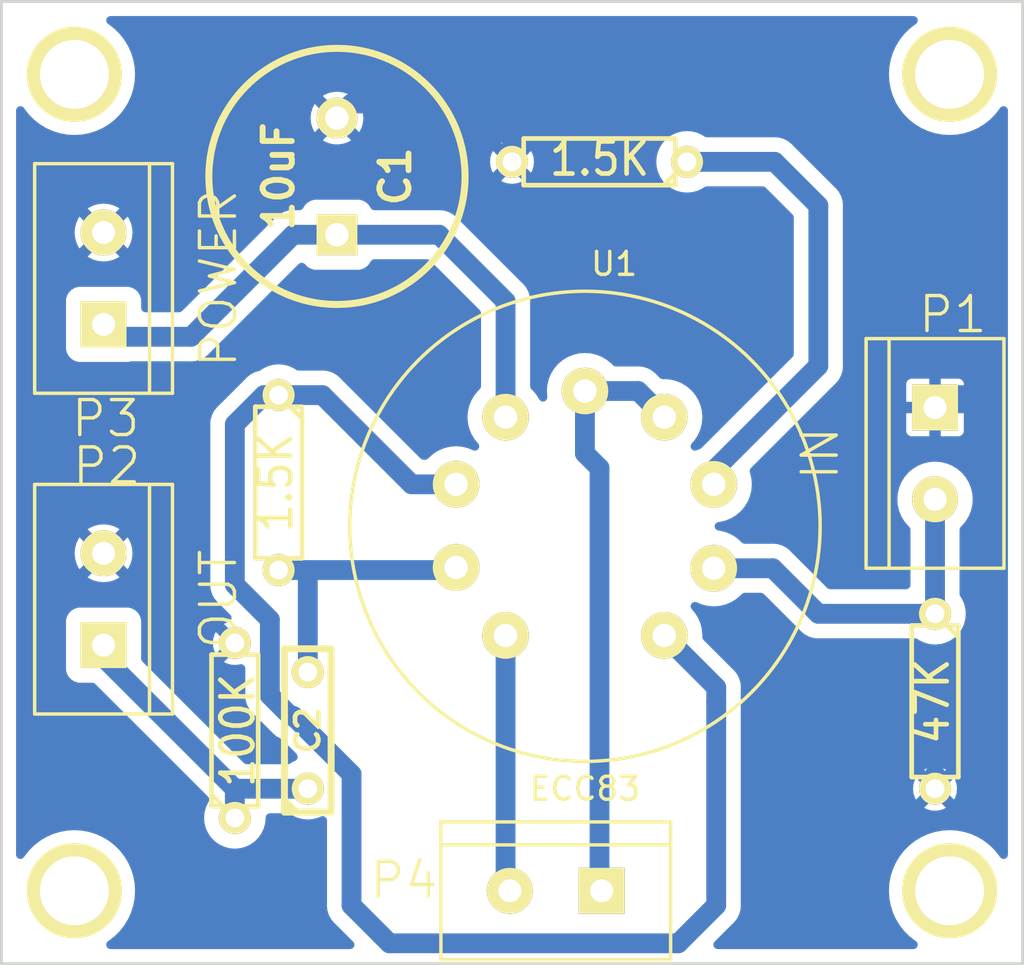
<source format=kicad_pcb>
(kicad_pcb (version 20221018) (generator pcbnew)
  (layers (0 "F.Cu" signal "Composant") (31 "B.Cu" signal "Cuivre") (34 "B.Paste" user) (35 "F.Paste" user) (36 "B.SilkS" user "B.Silkscreen") (37 "F.SilkS" user "F.Silkscreen") (38 "B.Mask" user) (39 "F.Mask" user) (44 "Edge.Cuts" user))
  (net 0 "")
  (net 1 "GND")
  (net 2 "Net-(C1-Pad1)")
  (net 3 "Net-(C2-Pad1)")
  (net 4 "Net-(C2-Pad2)")
  (net 5 "Net-(P1-Pad2)")
  (net 6 "Net-(P4-Pad1)")
  (net 7 "Net-(P4-Pad2)")
  (net 8 "Net-(R1-Pad1)")
  (net 9 "Net-(R2-Pad1)")
  (net 10 "Net-(P5-Pad1)")
  (net 11 "Net-(P6-Pad1)")
  (net 12 "Net-(P7-Pad1)")
  (net 13 "Net-(P8-Pad1)")
  (footprint "discret:C2V10" (layer "F.Cu") (at 138.43 98.425 90)
    (fp_text reference "C1" (at 0 2.54 90) (layer "F.SilkS") (effects (font (size 1.27 1.27) (thickness 0.254))))
    (fp_text value "10uF" (at 0 -2.54 90) (layer "F.SilkS") (effects (font (size 1.27 1.27) (thickness 0.254))))
    (fp_circle (center 0 0) (end 4.826 -2.794) (stroke (width 0.3048)) (fill none) (layer "F.SilkS"))
    (pad "1" thru_hole rect (at -2.54 0 90) (size 1.778 1.778) (drill 1.016) (layers "*.Cu" "*.Mask" "F.SilkS") (net 2 "Net-(C1-Pad1)"))
    (pad "2" thru_hole circle (at 2.54 0 90) (size 1.778 1.778) (drill 1.016) (layers "*.Cu" "*.Mask" "F.SilkS") (net 1 "GND"))
  )
  (footprint "discret:C2" (layer "F.Cu") (at 137.16 122.555 90)
    (fp_text reference "C2" (at 0 0 90) (layer "F.SilkS") (effects (font (size 1.016 1.016) (thickness 0.2032))))
    (fp_text value "680nF" hide)
    (fp_line (start -3.556 -1.016) (end 3.556 -1.016) (stroke (width 0.3048)) (layer "F.SilkS"))
    (fp_line (start -3.556 -0.508) (end -3.048 -1.016) (stroke (width 0.3048)) (layer "F.SilkS"))
    (fp_line (start -3.556 1.016) (end -3.556 -1.016) (stroke (width 0.3048)) (layer "F.SilkS"))
    (fp_line (start 3.556 -1.016) (end 3.556 1.016) (stroke (width 0.3048)) (layer "F.SilkS"))
    (fp_line (start 3.556 1.016) (end -3.556 1.016) (stroke (width 0.3048)) (layer "F.SilkS"))
    (pad "1" thru_hole circle (at -2.54 0 90) (size 1.397 1.397) (drill 0.8128) (layers "*.Cu" "*.Mask" "F.SilkS") (net 3 "Net-(C2-Pad1)"))
    (pad "2" thru_hole circle (at 2.54 0 90) (size 1.397 1.397) (drill 0.8128) (layers "*.Cu" "*.Mask" "F.SilkS") (net 4 "Net-(C2-Pad2)"))
  )
  (footprint "connect:bornier2" (layer "F.Cu") (at 164.465 110.49 -90)
    (fp_text reference "P1" (at -6.05 -0.775) (layer "F.SilkS") (effects (font (size 1.524 1.524))))
    (fp_text value "IN" (at 0 5 270) (layer "F.SilkS") (effects (font (size 1.524 1.524))))
    (fp_line (start -5 -3) (end -5 3) (stroke (width 0.15)) (layer "F.SilkS"))
    (fp_line (start -5 3) (end 5 3) (stroke (width 0.15)) (layer "F.SilkS"))
    (fp_line (start 5 -3) (end -5 -3) (stroke (width 0.15)) (layer "F.SilkS"))
    (fp_line (start 5 2) (end -5 2) (stroke (width 0.15)) (layer "F.SilkS"))
    (fp_line (start 5 3) (end 5 -3) (stroke (width 0.15)) (layer "F.SilkS"))
    (pad "1" thru_hole rect (at -2 0 270) (size 2 2) (drill 1) (layers "*.Cu" "*.Mask" "F.SilkS") (net 1 "GND"))
    (pad "2" thru_hole circle (at 2 0 270) (size 2 2) (drill 1) (layers "*.Cu" "*.Mask" "F.SilkS") (net 5 "Net-(P1-Pad2)"))
  )
  (footprint "connect:bornier2" (layer "F.Cu") (at 128.27 116.84 90)
    (fp_text reference "P2" (at 5.81 0.14 180) (layer "F.SilkS") (effects (font (size 1.524 1.524))))
    (fp_text value "OUT" (at 0 5 90) (layer "F.SilkS") (effects (font (size 1.524 1.524))))
    (fp_line (start -5 -3) (end -5 3) (stroke (width 0.15)) (layer "F.SilkS"))
    (fp_line (start -5 3) (end 5 3) (stroke (width 0.15)) (layer "F.SilkS"))
    (fp_line (start 5 -3) (end -5 -3) (stroke (width 0.15)) (layer "F.SilkS"))
    (fp_line (start 5 2) (end -5 2) (stroke (width 0.15)) (layer "F.SilkS"))
    (fp_line (start 5 3) (end 5 -3) (stroke (width 0.15)) (layer "F.SilkS"))
    (pad "1" thru_hole rect (at -2 0 90) (size 2 2) (drill 1) (layers "*.Cu" "*.Mask" "F.SilkS") (net 3 "Net-(C2-Pad1)"))
    (pad "2" thru_hole circle (at 2 0 90) (size 2 2) (drill 1) (layers "*.Cu" "*.Mask" "F.SilkS") (net 1 "GND"))
  )
  (footprint "connect:bornier2" (layer "F.Cu") (at 128.27 102.87 90)
    (fp_text reference "P3" (at -6.1 0.09 180) (layer "F.SilkS") (effects (font (size 1.524 1.524))))
    (fp_text value "POWER" (at 0 5 90) (layer "F.SilkS") (effects (font (size 1.524 1.524))))
    (fp_line (start -5 -3) (end -5 3) (stroke (width 0.15)) (layer "F.SilkS"))
    (fp_line (start -5 3) (end 5 3) (stroke (width 0.15)) (layer "F.SilkS"))
    (fp_line (start 5 -3) (end -5 -3) (stroke (width 0.15)) (layer "F.SilkS"))
    (fp_line (start 5 2) (end -5 2) (stroke (width 0.15)) (layer "F.SilkS"))
    (fp_line (start 5 3) (end 5 -3) (stroke (width 0.15)) (layer "F.SilkS"))
    (pad "1" thru_hole rect (at -2 0 90) (size 2 2) (drill 1) (layers "*.Cu" "*.Mask" "F.SilkS") (net 2 "Net-(C1-Pad1)"))
    (pad "2" thru_hole circle (at 2 0 90) (size 2 2) (drill 1) (layers "*.Cu" "*.Mask" "F.SilkS") (net 1 "GND"))
  )
  (footprint "connect:bornier2" (layer "F.Cu") (at 147.955 129.54 180)
    (fp_text reference "P4" (at 6.605 0.46 180) (layer "F.SilkS") (effects (font (size 1.524 1.524))))
    (fp_text value "CONN_2" hide)
    (fp_line (start -5 -3) (end -5 3) (stroke (width 0.15)) (layer "F.SilkS"))
    (fp_line (start -5 3) (end 5 3) (stroke (width 0.15)) (layer "F.SilkS"))
    (fp_line (start 5 -3) (end -5 -3) (stroke (width 0.15)) (layer "F.SilkS"))
    (fp_line (start 5 2) (end -5 2) (stroke (width 0.15)) (layer "F.SilkS"))
    (fp_line (start 5 3) (end 5 -3) (stroke (width 0.15)) (layer "F.SilkS"))
    (pad "1" thru_hole rect (at -2 0 180) (size 2 2) (drill 1) (layers "*.Cu" "*.Mask" "F.SilkS") (net 6 "Net-(P4-Pad1)"))
    (pad "2" thru_hole circle (at 2 0 180) (size 2 2) (drill 1) (layers "*.Cu" "*.Mask" "F.SilkS") (net 7 "Net-(P4-Pad2)"))
  )
  (footprint "connect:1pin" (layer "F.Cu") (at 127 93.98)
    (fp_text reference "P5" hide)
    (fp_text value "CONN_1" hide)
    (fp_circle (center 0 0) (end 0 -2) (stroke (width 0.15)) (fill none) (layer "F.SilkS"))
    (pad "1" thru_hole circle (at 0 0) (size 4 4) (drill 3) (layers "*.Cu" "*.Mask" "F.SilkS") (net 10 "Net-(P5-Pad1)"))
  )
  (footprint "connect:1pin" (layer "F.Cu") (at 165.1 93.98)
    (fp_text reference "P6" hide)
    (fp_text value "CONN_1" hide)
    (fp_circle (center 0 0) (end 0 -2) (stroke (width 0.15)) (fill none) (layer "F.SilkS"))
    (pad "1" thru_hole circle (at 0 0) (size 4 4) (drill 3) (layers "*.Cu" "*.Mask" "F.SilkS") (net 11 "Net-(P6-Pad1)"))
  )
  (footprint "connect:1pin" (layer "F.Cu") (at 165.1 129.54)
    (fp_text reference "P7" hide)
    (fp_text value "CONN_1" hide)
    (fp_circle (center 0 0) (end 0 -2) (stroke (width 0.15)) (fill none) (layer "F.SilkS"))
    (pad "1" thru_hole circle (at 0 0) (size 4 4) (drill 3) (layers "*.Cu" "*.Mask" "F.SilkS") (net 12 "Net-(P7-Pad1)"))
  )
  (footprint "connect:1pin" (layer "F.Cu") (at 127 129.54)
    (fp_text reference "P8" hide)
    (fp_text value "CONN_1" hide)
    (fp_circle (center 0 0) (end 0 -2) (stroke (width 0.15)) (fill none) (layer "F.SilkS"))
    (pad "1" thru_hole circle (at 0 0) (size 4 4) (drill 3) (layers "*.Cu" "*.Mask" "F.SilkS") (net 13 "Net-(P8-Pad1)"))
  )
  (footprint "discret:R3" (layer "F.Cu") (at 135.89 111.76 -90)
    (fp_text reference "R1" hide)
    (fp_text value "1.5K" (at 0 0.127 270) (layer "F.SilkS") (effects (font (size 1.397 1.27) (thickness 0.2032))))
    (fp_line (start -3.81 0) (end -3.302 0) (stroke (width 0.2032)) (layer "F.SilkS"))
    (fp_line (start -3.302 -1.016) (end -3.302 1.016) (stroke (width 0.2032)) (layer "F.SilkS"))
    (fp_line (start -3.302 -0.508) (end -2.794 -1.016) (stroke (width 0.2032)) (layer "F.SilkS"))
    (fp_line (start -3.302 1.016) (end 3.302 1.016) (stroke (width 0.2032)) (layer "F.SilkS"))
    (fp_line (start 3.302 -1.016) (end -3.302 -1.016) (stroke (width 0.2032)) (layer "F.SilkS"))
    (fp_line (start 3.302 0) (end 3.302 -1.016) (stroke (width 0.2032)) (layer "F.SilkS"))
    (fp_line (start 3.302 1.016) (end 3.302 0) (stroke (width 0.2032)) (layer "F.SilkS"))
    (fp_line (start 3.81 0) (end 3.302 0) (stroke (width 0.2032)) (layer "F.SilkS"))
    (pad "1" thru_hole circle (at -3.81 0 270) (size 1.397 1.397) (drill 0.8128) (layers "*.Cu" "*.Mask" "F.SilkS") (net 8 "Net-(R1-Pad1)"))
    (pad "2" thru_hole circle (at 3.81 0 270) (size 1.397 1.397) (drill 0.8128) (layers "*.Cu" "*.Mask" "F.SilkS") (net 4 "Net-(C2-Pad2)"))
  )
  (footprint "discret:R3" (layer "F.Cu") (at 149.86 97.79 180)
    (fp_text reference "R2" hide)
    (fp_text value "1.5K" (at 0 0.127 180) (layer "F.SilkS") (effects (font (size 1.397 1.27) (thickness 0.2032))))
    (fp_line (start -3.81 0) (end -3.302 0) (stroke (width 0.2032)) (layer "F.SilkS"))
    (fp_line (start -3.302 -1.016) (end -3.302 1.016) (stroke (width 0.2032)) (layer "F.SilkS"))
    (fp_line (start -3.302 -0.508) (end -2.794 -1.016) (stroke (width 0.2032)) (layer "F.SilkS"))
    (fp_line (start -3.302 1.016) (end 3.302 1.016) (stroke (width 0.2032)) (layer "F.SilkS"))
    (fp_line (start 3.302 -1.016) (end -3.302 -1.016) (stroke (width 0.2032)) (layer "F.SilkS"))
    (fp_line (start 3.302 0) (end 3.302 -1.016) (stroke (width 0.2032)) (layer "F.SilkS"))
    (fp_line (start 3.302 1.016) (end 3.302 0) (stroke (width 0.2032)) (layer "F.SilkS"))
    (fp_line (start 3.81 0) (end 3.302 0) (stroke (width 0.2032)) (layer "F.SilkS"))
    (pad "1" thru_hole circle (at -3.81 0 180) (size 1.397 1.397) (drill 0.8128) (layers "*.Cu" "*.Mask" "F.SilkS") (net 9 "Net-(R2-Pad1)"))
    (pad "2" thru_hole circle (at 3.81 0 180) (size 1.397 1.397) (drill 0.8128) (layers "*.Cu" "*.Mask" "F.SilkS") (net 1 "GND"))
  )
  (footprint "discret:R3" (layer "F.Cu") (at 133.985 122.555 90)
    (fp_text reference "R3" hide)
    (fp_text value "100K" (at 0 0.127 90) (layer "F.SilkS") (effects (font (size 1.397 1.27) (thickness 0.2032))))
    (fp_line (start -3.81 0) (end -3.302 0) (stroke (width 0.2032)) (layer "F.SilkS"))
    (fp_line (start -3.302 -1.016) (end -3.302 1.016) (stroke (width 0.2032)) (layer "F.SilkS"))
    (fp_line (start -3.302 -0.508) (end -2.794 -1.016) (stroke (width 0.2032)) (layer "F.SilkS"))
    (fp_line (start -3.302 1.016) (end 3.302 1.016) (stroke (width 0.2032)) (layer "F.SilkS"))
    (fp_line (start 3.302 -1.016) (end -3.302 -1.016) (stroke (width 0.2032)) (layer "F.SilkS"))
    (fp_line (start 3.302 0) (end 3.302 -1.016) (stroke (width 0.2032)) (layer "F.SilkS"))
    (fp_line (start 3.302 1.016) (end 3.302 0) (stroke (width 0.2032)) (layer "F.SilkS"))
    (fp_line (start 3.81 0) (end 3.302 0) (stroke (width 0.2032)) (layer "F.SilkS"))
    (pad "1" thru_hole circle (at -3.81 0 90) (size 1.397 1.397) (drill 0.8128) (layers "*.Cu" "*.Mask" "F.SilkS") (net 3 "Net-(C2-Pad1)"))
    (pad "2" thru_hole circle (at 3.81 0 90) (size 1.397 1.397) (drill 0.8128) (layers "*.Cu" "*.Mask" "F.SilkS") (net 1 "GND"))
  )
  (footprint "discret:R3" (layer "F.Cu") (at 164.465 121.285 -90)
    (fp_text reference "R4" hide)
    (fp_text value "47K" (at 0 0.127 270) (layer "F.SilkS") (effects (font (size 1.397 1.27) (thickness 0.2032))))
    (fp_line (start -3.81 0) (end -3.302 0) (stroke (width 0.2032)) (layer "F.SilkS"))
    (fp_line (start -3.302 -1.016) (end -3.302 1.016) (stroke (width 0.2032)) (layer "F.SilkS"))
    (fp_line (start -3.302 -0.508) (end -2.794 -1.016) (stroke (width 0.2032)) (layer "F.SilkS"))
    (fp_line (start -3.302 1.016) (end 3.302 1.016) (stroke (width 0.2032)) (layer "F.SilkS"))
    (fp_line (start 3.302 -1.016) (end -3.302 -1.016) (stroke (width 0.2032)) (layer "F.SilkS"))
    (fp_line (start 3.302 0) (end 3.302 -1.016) (stroke (width 0.2032)) (layer "F.SilkS"))
    (fp_line (start 3.302 1.016) (end 3.302 0) (stroke (width 0.2032)) (layer "F.SilkS"))
    (fp_line (start 3.81 0) (end 3.302 0) (stroke (width 0.2032)) (layer "F.SilkS"))
    (pad "1" thru_hole circle (at -3.81 0 270) (size 1.397 1.397) (drill 0.8128) (layers "*.Cu" "*.Mask" "F.SilkS") (net 5 "Net-(P1-Pad2)"))
    (pad "2" thru_hole circle (at 3.81 0 270) (size 1.397 1.397) (drill 0.8128) (layers "*.Cu" "*.Mask" "F.SilkS") (net 1 "GND"))
  )
  (footprint "Valves:VALVE-ECC-83-1" (layer "F.Cu") (at 149.225 113.665)
    (fp_text reference "U1" (at 1.27 -11.43) (layer "F.SilkS"))
    (fp_text value "ECC83" (at 0 11.43) (layer "F.SilkS"))
    (fp_circle (center 0 0) (end 10.16 1.27) (stroke (width 0.15)) (fill none) (layer "F.SilkS"))
    (pad "1" thru_hole circle (at 3.4544 4.75488) (size 2.032 2.032) (drill 1.016) (layers "*.Cu" "*.Mask" "F.SilkS") (net 8 "Net-(R1-Pad1)"))
    (pad "2" thru_hole circle (at 5.60832 1.8288) (size 2.032 2.032) (drill 1.016) (layers "*.Cu" "*.Mask" "F.SilkS") (net 5 "Net-(P1-Pad2)"))
    (pad "3" thru_hole circle (at 5.60832 -1.8288) (size 2.032 2.032) (drill 1.016) (layers "*.Cu" "*.Mask" "F.SilkS") (net 9 "Net-(R2-Pad1)"))
    (pad "4" thru_hole circle (at 3.4544 -4.75488) (size 2.032 2.032) (drill 1.016) (layers "*.Cu" "*.Mask" "F.SilkS") (net 6 "Net-(P4-Pad1)"))
    (pad "5" thru_hole circle (at 0 -5.8928) (size 2.032 2.032) (drill 1.016) (layers "*.Cu" "*.Mask" "F.SilkS") (net 6 "Net-(P4-Pad1)"))
    (pad "6" thru_hole circle (at -3.4544 -4.75488) (size 2.032 2.032) (drill 1.016) (layers "*.Cu" "*.Mask" "F.SilkS") (net 2 "Net-(C1-Pad1)"))
    (pad "7" thru_hole circle (at -5.60832 -1.8288) (size 2.032 2.032) (drill 1.016) (layers "*.Cu" "*.Mask" "F.SilkS") (net 8 "Net-(R1-Pad1)"))
    (pad "8" thru_hole circle (at -5.60832 1.78816) (size 2.032 2.032) (drill 1.016) (layers "*.Cu" "*.Mask" "F.SilkS") (net 4 "Net-(C2-Pad2)"))
    (pad "9" thru_hole circle (at -3.4544 4.75488) (size 2.032 2.032) (drill 1.016) (layers "*.Cu" "*.Mask" "F.SilkS") (net 7 "Net-(P4-Pad2)"))
  )
  (gr_line (start 168.275 90.805) (end 123.825 90.805) (stroke (width 0.127)) (layer "Edge.Cuts"))
  (gr_line (start 123.825 132.715) (end 168.275 132.715) (stroke (width 0.127)) (layer "Edge.Cuts"))
  (gr_line (start 123.825 90.805) (end 123.825 132.715) (stroke (width 0.127)) (layer "Edge.Cuts"))
  (gr_line (start 168.275 90.805) (end 168.275 132.715) (stroke (width 0.127)) (layer "Edge.Cuts"))
  (segment (start 164.465 125.095) (end 164.465 124.46) (width 0.8636) (layer "B.Cu") (net 1))
  (segment (start 142.24 95.25) (end 146.05 95.25) (width 0.8636) (layer "B.Cu") (net 1))
  (segment (start 164.465 107.95) (end 165.735 107.95) (width 0.8636) (layer "B.Cu") (net 1))
  (segment (start 139.065 95.25) (end 142.24 95.25) (width 0.8636) (layer "B.Cu") (net 1))
  (segment (start 146.05 97.79) (end 146.05 95.25) (width 0.8636) (layer "B.Cu") (net 1))
  (segment (start 138.43 95.885) (end 139.065 95.25) (width 0.8636) (layer "B.Cu") (net 1))
  (segment (start 145.7706 103.8606) (end 142.875 100.965) (width 0.8636) (layer "B.Cu") (net 2))
  (segment (start 138.43 100.965) (end 136.525 100.965) (width 0.8636) (layer "B.Cu") (net 2))
  (segment (start 136.525 100.965) (end 135.255 102.235) (width 0.8636) (layer "B.Cu") (net 2))
  (segment (start 142.875 100.965) (end 138.43 100.965) (width 0.8636) (layer "B.Cu") (net 2))
  (segment (start 145.7706 108.91012) (end 145.7706 103.8606) (width 0.8636) (layer "B.Cu") (net 2))
  (segment (start 132.08 105.41) (end 135.255 102.235) (width 0.8636) (layer "B.Cu") (net 2))
  (segment (start 128.27 105.41) (end 132.08 105.41) (width 0.8636) (layer "B.Cu") (net 2))
  (segment (start 133.985 126.365) (end 133.985 125.095) (width 0.8636) (layer "B.Cu") (net 3))
  (segment (start 137.16 125.095) (end 133.985 125.095) (width 0.8636) (layer "B.Cu") (net 3))
  (segment (start 133.985 125.095) (end 128.27 119.38) (width 0.8636) (layer "B.Cu") (net 3))
  (segment (start 137.16 115.57) (end 143.49984 115.57) (width 0.8636) (layer "B.Cu") (net 4))
  (segment (start 135.89 115.57) (end 137.16 115.57) (width 0.8636) (layer "B.Cu") (net 4))
  (segment (start 137.16 120.015) (end 137.16 115.57) (width 0.8636) (layer "B.Cu") (net 4))
  (segment (start 143.49984 115.57) (end 143.61668 115.45316) (width 0.8636) (layer "B.Cu") (net 4))
  (segment (start 159.385 117.475) (end 164.465 117.475) (width 0.8636) (layer "B.Cu") (net 5))
  (segment (start 164.465 117.475) (end 164.465 113.03) (width 0.8636) (layer "B.Cu") (net 5))
  (segment (start 154.83332 115.4938) (end 157.4038 115.4938) (width 0.8636) (layer "B.Cu") (net 5))
  (segment (start 157.4038 115.4938) (end 159.385 117.475) (width 0.8636) (layer "B.Cu") (net 5))
  (segment (start 149.86 128.905) (end 150.495 129.54) (width 0.8636) (layer "B.Cu") (net 6))
  (segment (start 149.225 110.49) (end 149.86 111.125) (width 0.8636) (layer "B.Cu") (net 6))
  (segment (start 151.54148 107.7722) (end 152.6794 108.91012) (width 0.8636) (layer "B.Cu") (net 6))
  (segment (start 149.86 111.125) (end 149.86 128.905) (width 0.8636) (layer "B.Cu") (net 6))
  (segment (start 149.225 107.7722) (end 151.54148 107.7722) (width 0.8636) (layer "B.Cu") (net 6))
  (segment (start 149.225 107.7722) (end 149.225 110.49) (width 0.8636) (layer "B.Cu") (net 6))
  (segment (start 145.7706 118.41988) (end 145.7706 129.1844) (width 0.8636) (layer "B.Cu") (net 7))
  (segment (start 145.7706 129.1844) (end 145.415 129.54) (width 0.8636) (layer "B.Cu") (net 7))
  (segment (start 135.255 107.95) (end 133.985 109.22) (width 0.8636) (layer "B.Cu") (net 8))
  (segment (start 154.94 120.68048) (end 152.6794 118.41988) (width 0.8636) (layer "B.Cu") (net 8))
  (segment (start 154.94 130.175) (end 154.94 121.31548) (width 0.8636) (layer "B.Cu") (net 8))
  (segment (start 136.398 121.92) (end 135.509 121.031) (width 0.8636) (layer "B.Cu") (net 8))
  (segment (start 135.89 107.95) (end 135.255 107.95) (width 0.8636) (layer "B.Cu") (net 8))
  (segment (start 140.335 131.445) (end 140.716 131.826) (width 0.8636) (layer "B.Cu") (net 8))
  (segment (start 139.065 124.46) (end 139.065 130.175) (width 0.8636) (layer "B.Cu") (net 8))
  (segment (start 136.525 121.92) (end 136.398 121.92) (width 0.8636) (layer "B.Cu") (net 8))
  (segment (start 135.509 121.031) (end 135.509 117.729) (width 0.8636) (layer "B.Cu") (net 8))
  (segment (start 153.289 131.826) (end 154.94 130.175) (width 0.8636) (layer "B.Cu") (net 8))
  (segment (start 141.6812 111.8362) (end 137.795 107.95) (width 0.8636) (layer "B.Cu") (net 8))
  (segment (start 140.716 131.826) (end 153.289 131.826) (width 0.8636) (layer "B.Cu") (net 8))
  (segment (start 133.985 109.22) (end 133.985 116.205) (width 0.8636) (layer "B.Cu") (net 8))
  (segment (start 139.065 130.175) (end 140.335 131.445) (width 0.8636) (layer "B.Cu") (net 8))
  (segment (start 135.89 107.95) (end 137.795 107.95) (width 0.8636) (layer "B.Cu") (net 8))
  (segment (start 154.94 121.31548) (end 154.94 120.68048) (width 0.8636) (layer "B.Cu") (net 8))
  (segment (start 154.94 121.31548) (end 154.94 121.31548) (width 0.8636) (layer "B.Cu") (net 8))
  (segment (start 135.509 117.729) (end 133.985 116.205) (width 0.8636) (layer "B.Cu") (net 8))
  (segment (start 136.525 121.92) (end 139.065 124.46) (width 0.8636) (layer "B.Cu") (net 8))
  (segment (start 143.61668 111.8362) (end 141.6812 111.8362) (width 0.8636) (layer "B.Cu") (net 8))
  (segment (start 157.48 97.79) (end 159.385 99.695) (width 0.8636) (layer "B.Cu") (net 9))
  (segment (start 159.385 106.68) (end 159.385 99.695) (width 0.8636) (layer "B.Cu") (net 9))
  (segment (start 154.83332 111.8362) (end 154.83332 111.23168) (width 0.8636) (layer "B.Cu") (net 9))
  (segment (start 154.83332 111.23168) (end 159.385 106.68) (width 0.8636) (layer "B.Cu") (net 9))
  (segment (start 153.67 97.79) (end 157.48 97.79) (width 0.8636) (layer "B.Cu") (net 9))
  (zone (net 1) (net_name "GND") (layer "B.Cu") (connect_pads (clearance 0.635)) (min_thickness 0.381) (fill yes (thermal_gap 0.254) (thermal_bridge_width 0.50038))
    (polygon (pts (xy 167.64 132.08) (xy 167.64 91.44) (xy 124.46 91.44) (xy 124.46 132.08)))
  )
)
</source>
